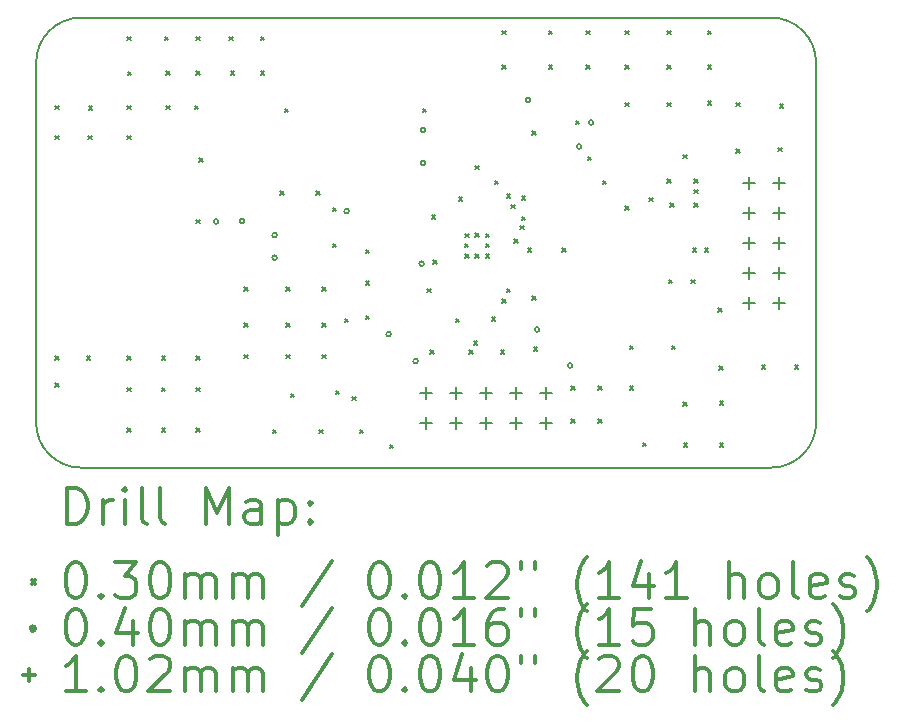
<source format=gbr>
%FSLAX45Y45*%
G04 Gerber Fmt 4.5, Leading zero omitted, Abs format (unit mm)*
G04 Created by KiCad (PCBNEW 4.0.2+dfsg1-stable) date Fri 29 Jul 2016 09:24:40 AM CST*
%MOMM*%
G01*
G04 APERTURE LIST*
%ADD10C,0.127000*%
%ADD11C,0.150000*%
%ADD12C,0.200000*%
%ADD13C,0.300000*%
G04 APERTURE END LIST*
D10*
D11*
X18161000Y-13462000D02*
X17399000Y-13462000D01*
X18542000Y-13081000D02*
X18542000Y-12446000D01*
X18161000Y-13462000D02*
G75*
G03X18542000Y-13081000I0J381000D01*
G01*
X18161000Y-9652000D02*
X17399000Y-9652000D01*
X18542000Y-10033000D02*
X18542000Y-10541000D01*
X18542000Y-10033000D02*
G75*
G03X18161000Y-9652000I-381000J0D01*
G01*
X11938000Y-10033000D02*
X11938000Y-10160000D01*
X12319000Y-9652000D02*
X12700000Y-9652000D01*
X12319000Y-9652000D02*
G75*
G03X11938000Y-10033000I0J-381000D01*
G01*
X11938000Y-13081000D02*
X11938000Y-12954000D01*
X12573000Y-13462000D02*
X12319000Y-13462000D01*
X11938000Y-13081000D02*
G75*
G03X12319000Y-13462000I381000J0D01*
G01*
X13208000Y-13462000D02*
X12573000Y-13462000D01*
X13208000Y-13462000D02*
X17399000Y-13462000D01*
X18542000Y-10541000D02*
X18542000Y-12446000D01*
X14224000Y-9652000D02*
X17399000Y-9652000D01*
X14224000Y-9652000D02*
X12700000Y-9652000D01*
X11938000Y-10160000D02*
X11938000Y-12954000D01*
D12*
X12100800Y-10399000D02*
X12130800Y-10429000D01*
X12130800Y-10399000D02*
X12100800Y-10429000D01*
X12100800Y-10653000D02*
X12130800Y-10683000D01*
X12130800Y-10653000D02*
X12100800Y-10683000D01*
X12100800Y-12519900D02*
X12130800Y-12549900D01*
X12130800Y-12519900D02*
X12100800Y-12549900D01*
X12100800Y-12748500D02*
X12130800Y-12778500D01*
X12130800Y-12748500D02*
X12100800Y-12778500D01*
X12367500Y-12519900D02*
X12397500Y-12549900D01*
X12397500Y-12519900D02*
X12367500Y-12549900D01*
X12380200Y-10653000D02*
X12410200Y-10683000D01*
X12410200Y-10653000D02*
X12380200Y-10683000D01*
X12383392Y-10402602D02*
X12413392Y-10432602D01*
X12413392Y-10402602D02*
X12383392Y-10432602D01*
X12710400Y-9814800D02*
X12740400Y-9844800D01*
X12740400Y-9814800D02*
X12710400Y-9844800D01*
X12710400Y-10399000D02*
X12740400Y-10429000D01*
X12740400Y-10399000D02*
X12710400Y-10429000D01*
X12710400Y-10653000D02*
X12740400Y-10683000D01*
X12740400Y-10653000D02*
X12710400Y-10683000D01*
X12710400Y-12519900D02*
X12740400Y-12549900D01*
X12740400Y-12519900D02*
X12710400Y-12549900D01*
X12710400Y-12786600D02*
X12740400Y-12816600D01*
X12740400Y-12786600D02*
X12710400Y-12816600D01*
X12710400Y-13129500D02*
X12740400Y-13159500D01*
X12740400Y-13129500D02*
X12710400Y-13159500D01*
X12713352Y-10110232D02*
X12743352Y-10140232D01*
X12743352Y-10110232D02*
X12713352Y-10140232D01*
X13002500Y-12519900D02*
X13032500Y-12549900D01*
X13032500Y-12519900D02*
X13002500Y-12549900D01*
X13002500Y-12786600D02*
X13032500Y-12816600D01*
X13032500Y-12786600D02*
X13002500Y-12816600D01*
X13002500Y-13129500D02*
X13032500Y-13159500D01*
X13032500Y-13129500D02*
X13002500Y-13159500D01*
X13027900Y-9814800D02*
X13057900Y-9844800D01*
X13057900Y-9814800D02*
X13027900Y-9844800D01*
X13040600Y-10106900D02*
X13070600Y-10136900D01*
X13070600Y-10106900D02*
X13040600Y-10136900D01*
X13040600Y-10399000D02*
X13070600Y-10429000D01*
X13070600Y-10399000D02*
X13040600Y-10429000D01*
X13281900Y-10399000D02*
X13311900Y-10429000D01*
X13311900Y-10399000D02*
X13281900Y-10429000D01*
X13294600Y-9814800D02*
X13324600Y-9844800D01*
X13324600Y-9814800D02*
X13294600Y-9844800D01*
X13294600Y-10106900D02*
X13324600Y-10136900D01*
X13324600Y-10106900D02*
X13294600Y-10136900D01*
X13294600Y-11364200D02*
X13324600Y-11394200D01*
X13324600Y-11364200D02*
X13294600Y-11394200D01*
X13294600Y-12519900D02*
X13324600Y-12549900D01*
X13324600Y-12519900D02*
X13294600Y-12549900D01*
X13294600Y-12786600D02*
X13324600Y-12816600D01*
X13324600Y-12786600D02*
X13294600Y-12816600D01*
X13294600Y-13129500D02*
X13324600Y-13159500D01*
X13324600Y-13129500D02*
X13294600Y-13159500D01*
X13320000Y-10843500D02*
X13350000Y-10873500D01*
X13350000Y-10843500D02*
X13320000Y-10873500D01*
X13574000Y-9814800D02*
X13604000Y-9844800D01*
X13604000Y-9814800D02*
X13574000Y-9844800D01*
X13586700Y-10106900D02*
X13616700Y-10136900D01*
X13616700Y-10106900D02*
X13586700Y-10136900D01*
X13701000Y-11935700D02*
X13731000Y-11965700D01*
X13731000Y-11935700D02*
X13701000Y-11965700D01*
X13701000Y-12240500D02*
X13731000Y-12270500D01*
X13731000Y-12240500D02*
X13701000Y-12270500D01*
X13701000Y-12507200D02*
X13731000Y-12537200D01*
X13731000Y-12507200D02*
X13701000Y-12537200D01*
X13840700Y-9814800D02*
X13870700Y-9844800D01*
X13870700Y-9814800D02*
X13840700Y-9844800D01*
X13840700Y-10106900D02*
X13870700Y-10136900D01*
X13870700Y-10106900D02*
X13840700Y-10136900D01*
X13942300Y-13142200D02*
X13972300Y-13172200D01*
X13972300Y-13142200D02*
X13942300Y-13172200D01*
X14005800Y-11122900D02*
X14035800Y-11152900D01*
X14035800Y-11122900D02*
X14005800Y-11152900D01*
X14043900Y-10424400D02*
X14073900Y-10454400D01*
X14073900Y-10424400D02*
X14043900Y-10454400D01*
X14056600Y-11935700D02*
X14086600Y-11965700D01*
X14086600Y-11935700D02*
X14056600Y-11965700D01*
X14056600Y-12240500D02*
X14086600Y-12270500D01*
X14086600Y-12240500D02*
X14056600Y-12270500D01*
X14056600Y-12507200D02*
X14086600Y-12537200D01*
X14086600Y-12507200D02*
X14056600Y-12537200D01*
X14094700Y-12837400D02*
X14124700Y-12867400D01*
X14124700Y-12837400D02*
X14094700Y-12867400D01*
X14310600Y-11122900D02*
X14340600Y-11152900D01*
X14340600Y-11122900D02*
X14310600Y-11152900D01*
X14336000Y-13142200D02*
X14366000Y-13172200D01*
X14366000Y-13142200D02*
X14336000Y-13172200D01*
X14361400Y-11935700D02*
X14391400Y-11965700D01*
X14391400Y-11935700D02*
X14361400Y-11965700D01*
X14361400Y-12240500D02*
X14391400Y-12270500D01*
X14391400Y-12240500D02*
X14361400Y-12270500D01*
X14361400Y-12507200D02*
X14391400Y-12537200D01*
X14391400Y-12507200D02*
X14361400Y-12537200D01*
X14450300Y-11262600D02*
X14480300Y-11292600D01*
X14480300Y-11262600D02*
X14450300Y-11292600D01*
X14450300Y-11567400D02*
X14480300Y-11597400D01*
X14480300Y-11567400D02*
X14450300Y-11597400D01*
X14475700Y-12812000D02*
X14505700Y-12842000D01*
X14505700Y-12812000D02*
X14475700Y-12842000D01*
X14551900Y-12202400D02*
X14581900Y-12232400D01*
X14581900Y-12202400D02*
X14551900Y-12232400D01*
X14615400Y-12862800D02*
X14645400Y-12892800D01*
X14645400Y-12862800D02*
X14615400Y-12892800D01*
X14678900Y-13142200D02*
X14708900Y-13172200D01*
X14708900Y-13142200D02*
X14678900Y-13172200D01*
X14729700Y-11618200D02*
X14759700Y-11648200D01*
X14759700Y-11618200D02*
X14729700Y-11648200D01*
X14729700Y-11884900D02*
X14759700Y-11914900D01*
X14759700Y-11884900D02*
X14729700Y-11914900D01*
X14729700Y-12177000D02*
X14759700Y-12207000D01*
X14759700Y-12177000D02*
X14729700Y-12207000D01*
X14932900Y-13269200D02*
X14962900Y-13299200D01*
X14962900Y-13269200D02*
X14932900Y-13299200D01*
X15212300Y-10424400D02*
X15242300Y-10454400D01*
X15242300Y-10424400D02*
X15212300Y-10454400D01*
X15250400Y-11948400D02*
X15280400Y-11978400D01*
X15280400Y-11948400D02*
X15250400Y-11978400D01*
X15275800Y-12469100D02*
X15305800Y-12499100D01*
X15305800Y-12469100D02*
X15275800Y-12499100D01*
X15288500Y-11326100D02*
X15318500Y-11356100D01*
X15318500Y-11326100D02*
X15288500Y-11356100D01*
X15301200Y-11707100D02*
X15331200Y-11737100D01*
X15331200Y-11707100D02*
X15301200Y-11737100D01*
X15491700Y-12202400D02*
X15521700Y-12232400D01*
X15521700Y-12202400D02*
X15491700Y-12232400D01*
X15517100Y-11173700D02*
X15547100Y-11203700D01*
X15547100Y-11173700D02*
X15517100Y-11203700D01*
X15567900Y-11567400D02*
X15597900Y-11597400D01*
X15597900Y-11567400D02*
X15567900Y-11597400D01*
X15570550Y-11481150D02*
X15600550Y-11511150D01*
X15600550Y-11481150D02*
X15570550Y-11511150D01*
X15570550Y-11653650D02*
X15600550Y-11683650D01*
X15600550Y-11653650D02*
X15570550Y-11683650D01*
X15606000Y-12469100D02*
X15636000Y-12499100D01*
X15636000Y-12469100D02*
X15606000Y-12499100D01*
X15644100Y-12392900D02*
X15674100Y-12422900D01*
X15674100Y-12392900D02*
X15644100Y-12422900D01*
X15656800Y-10907000D02*
X15686800Y-10937000D01*
X15686800Y-10907000D02*
X15656800Y-10937000D01*
X15656800Y-11478500D02*
X15686800Y-11508500D01*
X15686800Y-11478500D02*
X15656800Y-11508500D01*
X15656800Y-11656300D02*
X15686800Y-11686300D01*
X15686800Y-11656300D02*
X15656800Y-11686300D01*
X15743050Y-11481150D02*
X15773050Y-11511150D01*
X15773050Y-11481150D02*
X15743050Y-11511150D01*
X15743050Y-11653650D02*
X15773050Y-11683650D01*
X15773050Y-11653650D02*
X15743050Y-11683650D01*
X15745700Y-11567400D02*
X15775700Y-11597400D01*
X15775700Y-11567400D02*
X15745700Y-11597400D01*
X15796500Y-12189700D02*
X15826500Y-12219700D01*
X15826500Y-12189700D02*
X15796500Y-12219700D01*
X15821900Y-11034000D02*
X15851900Y-11064000D01*
X15851900Y-11034000D02*
X15821900Y-11064000D01*
X15872700Y-12469100D02*
X15902700Y-12499100D01*
X15902700Y-12469100D02*
X15872700Y-12499100D01*
X15885400Y-9764000D02*
X15915400Y-9794000D01*
X15915400Y-9764000D02*
X15885400Y-9794000D01*
X15885400Y-10056100D02*
X15915400Y-10086100D01*
X15915400Y-10056100D02*
X15885400Y-10086100D01*
X15885400Y-12037300D02*
X15915400Y-12067300D01*
X15915400Y-12037300D02*
X15885400Y-12067300D01*
X15923500Y-11148300D02*
X15953500Y-11178300D01*
X15953500Y-11148300D02*
X15923500Y-11178300D01*
X15923500Y-11948400D02*
X15953500Y-11978400D01*
X15953500Y-11948400D02*
X15923500Y-11978400D01*
X15961600Y-11237200D02*
X15991600Y-11267200D01*
X15991600Y-11237200D02*
X15961600Y-11267200D01*
X15987000Y-11529300D02*
X16017000Y-11559300D01*
X16017000Y-11529300D02*
X15987000Y-11559300D01*
X16037800Y-11415000D02*
X16067800Y-11445000D01*
X16067800Y-11415000D02*
X16037800Y-11445000D01*
X16050500Y-11166080D02*
X16080500Y-11196080D01*
X16080500Y-11166080D02*
X16050500Y-11196080D01*
X16050500Y-11338800D02*
X16080500Y-11368800D01*
X16080500Y-11338800D02*
X16050500Y-11368800D01*
X16101300Y-11605500D02*
X16131300Y-11635500D01*
X16131300Y-11605500D02*
X16101300Y-11635500D01*
X16139400Y-10614900D02*
X16169400Y-10644900D01*
X16169400Y-10614900D02*
X16139400Y-10644900D01*
X16139400Y-12011900D02*
X16169400Y-12041900D01*
X16169400Y-12011900D02*
X16139400Y-12041900D01*
X16152100Y-12443700D02*
X16182100Y-12473700D01*
X16182100Y-12443700D02*
X16152100Y-12473700D01*
X16279100Y-9764000D02*
X16309100Y-9794000D01*
X16309100Y-9764000D02*
X16279100Y-9794000D01*
X16279100Y-10056100D02*
X16309100Y-10086100D01*
X16309100Y-10056100D02*
X16279100Y-10086100D01*
X16393400Y-11605500D02*
X16423400Y-11635500D01*
X16423400Y-11605500D02*
X16393400Y-11635500D01*
X16469600Y-12773900D02*
X16499600Y-12803900D01*
X16499600Y-12773900D02*
X16469600Y-12803900D01*
X16469600Y-13053300D02*
X16499600Y-13083300D01*
X16499600Y-13053300D02*
X16469600Y-13083300D01*
X16507700Y-10526000D02*
X16537700Y-10556000D01*
X16537700Y-10526000D02*
X16507700Y-10556000D01*
X16596600Y-9764000D02*
X16626600Y-9794000D01*
X16626600Y-9764000D02*
X16596600Y-9794000D01*
X16596600Y-10056100D02*
X16626600Y-10086100D01*
X16626600Y-10056100D02*
X16596600Y-10086100D01*
X16609300Y-10830800D02*
X16639300Y-10860800D01*
X16639300Y-10830800D02*
X16609300Y-10860800D01*
X16698200Y-12773900D02*
X16728200Y-12803900D01*
X16728200Y-12773900D02*
X16698200Y-12803900D01*
X16698200Y-13053300D02*
X16728200Y-13083300D01*
X16728200Y-13053300D02*
X16698200Y-13083300D01*
X16736300Y-11034000D02*
X16766300Y-11064000D01*
X16766300Y-11034000D02*
X16736300Y-11064000D01*
X16926800Y-9764000D02*
X16956800Y-9794000D01*
X16956800Y-9764000D02*
X16926800Y-9794000D01*
X16926800Y-10056100D02*
X16956800Y-10086100D01*
X16956800Y-10056100D02*
X16926800Y-10086100D01*
X16926800Y-10373600D02*
X16956800Y-10403600D01*
X16956800Y-10373600D02*
X16926800Y-10403600D01*
X16926800Y-11249900D02*
X16956800Y-11279900D01*
X16956800Y-11249900D02*
X16926800Y-11279900D01*
X16964900Y-12431000D02*
X16994900Y-12461000D01*
X16994900Y-12431000D02*
X16964900Y-12461000D01*
X16964900Y-12773900D02*
X16994900Y-12803900D01*
X16994900Y-12773900D02*
X16964900Y-12803900D01*
X17072850Y-13250150D02*
X17102850Y-13280150D01*
X17102850Y-13250150D02*
X17072850Y-13280150D01*
X17130000Y-11178780D02*
X17160000Y-11208780D01*
X17160000Y-11178780D02*
X17130000Y-11208780D01*
X17282400Y-9764000D02*
X17312400Y-9794000D01*
X17312400Y-9764000D02*
X17282400Y-9794000D01*
X17282400Y-10056100D02*
X17312400Y-10086100D01*
X17312400Y-10056100D02*
X17282400Y-10086100D01*
X17282400Y-10373600D02*
X17312400Y-10403600D01*
X17312400Y-10373600D02*
X17282400Y-10403600D01*
X17282400Y-11021300D02*
X17312400Y-11051300D01*
X17312400Y-11021300D02*
X17282400Y-11051300D01*
X17295100Y-11872200D02*
X17325100Y-11902200D01*
X17325100Y-11872200D02*
X17295100Y-11902200D01*
X17307800Y-11224500D02*
X17337800Y-11254500D01*
X17337800Y-11224500D02*
X17307800Y-11254500D01*
X17320500Y-12431000D02*
X17350500Y-12461000D01*
X17350500Y-12431000D02*
X17320500Y-12461000D01*
X17415750Y-10811750D02*
X17445750Y-10841750D01*
X17445750Y-10811750D02*
X17415750Y-10841750D01*
X17415750Y-12907250D02*
X17445750Y-12937250D01*
X17445750Y-12907250D02*
X17415750Y-12937250D01*
X17422100Y-13256500D02*
X17452100Y-13286500D01*
X17452100Y-13256500D02*
X17422100Y-13286500D01*
X17485600Y-11872200D02*
X17515600Y-11902200D01*
X17515600Y-11872200D02*
X17485600Y-11902200D01*
X17498300Y-11605500D02*
X17528300Y-11635500D01*
X17528300Y-11605500D02*
X17498300Y-11635500D01*
X17511000Y-11021300D02*
X17541000Y-11051300D01*
X17541000Y-11021300D02*
X17511000Y-11051300D01*
X17511000Y-11110200D02*
X17541000Y-11140200D01*
X17541000Y-11110200D02*
X17511000Y-11140200D01*
X17511000Y-11224500D02*
X17541000Y-11254500D01*
X17541000Y-11224500D02*
X17511000Y-11254500D01*
X17599900Y-11605500D02*
X17629900Y-11635500D01*
X17629900Y-11605500D02*
X17599900Y-11635500D01*
X17625300Y-9764000D02*
X17655300Y-9794000D01*
X17655300Y-9764000D02*
X17625300Y-9794000D01*
X17625300Y-10056100D02*
X17655300Y-10086100D01*
X17655300Y-10056100D02*
X17625300Y-10086100D01*
X17625300Y-10360900D02*
X17655300Y-10390900D01*
X17655300Y-10360900D02*
X17625300Y-10390900D01*
X17714200Y-12113500D02*
X17744200Y-12143500D01*
X17744200Y-12113500D02*
X17714200Y-12143500D01*
X17720550Y-12602450D02*
X17750550Y-12632450D01*
X17750550Y-12602450D02*
X17720550Y-12632450D01*
X17726900Y-12900900D02*
X17756900Y-12930900D01*
X17756900Y-12900900D02*
X17726900Y-12930900D01*
X17726900Y-13256500D02*
X17756900Y-13286500D01*
X17756900Y-13256500D02*
X17726900Y-13286500D01*
X17866600Y-10373600D02*
X17896600Y-10403600D01*
X17896600Y-10373600D02*
X17866600Y-10403600D01*
X17866600Y-10767300D02*
X17896600Y-10797300D01*
X17896600Y-10767300D02*
X17866600Y-10797300D01*
X18082500Y-12596100D02*
X18112500Y-12626100D01*
X18112500Y-12596100D02*
X18082500Y-12626100D01*
X18222200Y-10754600D02*
X18252200Y-10784600D01*
X18252200Y-10754600D02*
X18222200Y-10784600D01*
X18234900Y-10386300D02*
X18264900Y-10416300D01*
X18264900Y-10386300D02*
X18234900Y-10416300D01*
X18361900Y-12596100D02*
X18391900Y-12626100D01*
X18391900Y-12596100D02*
X18361900Y-12626100D01*
X13482000Y-11379200D02*
G75*
G03X13482000Y-11379200I-20000J0D01*
G01*
X13702000Y-11375100D02*
G75*
G03X13702000Y-11375100I-20000J0D01*
G01*
X13977300Y-11493500D02*
G75*
G03X13977300Y-11493500I-20000J0D01*
G01*
X13977300Y-11684000D02*
G75*
G03X13977300Y-11684000I-20000J0D01*
G01*
X14586900Y-11290300D02*
G75*
G03X14586900Y-11290300I-20000J0D01*
G01*
X14942500Y-12331700D02*
G75*
G03X14942500Y-12331700I-20000J0D01*
G01*
X15171100Y-12560300D02*
G75*
G03X15171100Y-12560300I-20000J0D01*
G01*
X15221900Y-11734800D02*
G75*
G03X15221900Y-11734800I-20000J0D01*
G01*
X15234600Y-10604500D02*
G75*
G03X15234600Y-10604500I-20000J0D01*
G01*
X15234600Y-10883900D02*
G75*
G03X15234600Y-10883900I-20000J0D01*
G01*
X16123600Y-10350500D02*
G75*
G03X16123600Y-10350500I-20000J0D01*
G01*
X16199800Y-12293600D02*
G75*
G03X16199800Y-12293600I-20000J0D01*
G01*
X16479200Y-12598400D02*
G75*
G03X16479200Y-12598400I-20000J0D01*
G01*
X16555400Y-10744200D02*
G75*
G03X16555400Y-10744200I-20000J0D01*
G01*
X16657000Y-10541000D02*
G75*
G03X16657000Y-10541000I-20000J0D01*
G01*
X15240000Y-12776200D02*
X15240000Y-12877800D01*
X15189200Y-12827000D02*
X15290800Y-12827000D01*
X15240000Y-13030200D02*
X15240000Y-13131800D01*
X15189200Y-13081000D02*
X15290800Y-13081000D01*
X15494000Y-12776200D02*
X15494000Y-12877800D01*
X15443200Y-12827000D02*
X15544800Y-12827000D01*
X15494000Y-13030200D02*
X15494000Y-13131800D01*
X15443200Y-13081000D02*
X15544800Y-13081000D01*
X15748000Y-12776200D02*
X15748000Y-12877800D01*
X15697200Y-12827000D02*
X15798800Y-12827000D01*
X15748000Y-13030200D02*
X15748000Y-13131800D01*
X15697200Y-13081000D02*
X15798800Y-13081000D01*
X16002000Y-12776200D02*
X16002000Y-12877800D01*
X15951200Y-12827000D02*
X16052800Y-12827000D01*
X16002000Y-13030200D02*
X16002000Y-13131800D01*
X15951200Y-13081000D02*
X16052800Y-13081000D01*
X16256000Y-12776200D02*
X16256000Y-12877800D01*
X16205200Y-12827000D02*
X16306800Y-12827000D01*
X16256000Y-13030200D02*
X16256000Y-13131800D01*
X16205200Y-13081000D02*
X16306800Y-13081000D01*
X17970500Y-10998200D02*
X17970500Y-11099800D01*
X17919700Y-11049000D02*
X18021300Y-11049000D01*
X17970500Y-11252200D02*
X17970500Y-11353800D01*
X17919700Y-11303000D02*
X18021300Y-11303000D01*
X17970500Y-11506200D02*
X17970500Y-11607800D01*
X17919700Y-11557000D02*
X18021300Y-11557000D01*
X17970500Y-11760200D02*
X17970500Y-11861800D01*
X17919700Y-11811000D02*
X18021300Y-11811000D01*
X17970500Y-12014200D02*
X17970500Y-12115800D01*
X17919700Y-12065000D02*
X18021300Y-12065000D01*
X18224500Y-10998200D02*
X18224500Y-11099800D01*
X18173700Y-11049000D02*
X18275300Y-11049000D01*
X18224500Y-11252200D02*
X18224500Y-11353800D01*
X18173700Y-11303000D02*
X18275300Y-11303000D01*
X18224500Y-11506200D02*
X18224500Y-11607800D01*
X18173700Y-11557000D02*
X18275300Y-11557000D01*
X18224500Y-11760200D02*
X18224500Y-11861800D01*
X18173700Y-11811000D02*
X18275300Y-11811000D01*
X18224500Y-12014200D02*
X18224500Y-12115800D01*
X18173700Y-12065000D02*
X18275300Y-12065000D01*
D13*
X12201928Y-13935214D02*
X12201928Y-13635214D01*
X12273357Y-13635214D01*
X12316214Y-13649500D01*
X12344786Y-13678071D01*
X12359071Y-13706643D01*
X12373357Y-13763786D01*
X12373357Y-13806643D01*
X12359071Y-13863786D01*
X12344786Y-13892357D01*
X12316214Y-13920929D01*
X12273357Y-13935214D01*
X12201928Y-13935214D01*
X12501928Y-13935214D02*
X12501928Y-13735214D01*
X12501928Y-13792357D02*
X12516214Y-13763786D01*
X12530500Y-13749500D01*
X12559071Y-13735214D01*
X12587643Y-13735214D01*
X12687643Y-13935214D02*
X12687643Y-13735214D01*
X12687643Y-13635214D02*
X12673357Y-13649500D01*
X12687643Y-13663786D01*
X12701928Y-13649500D01*
X12687643Y-13635214D01*
X12687643Y-13663786D01*
X12873357Y-13935214D02*
X12844786Y-13920929D01*
X12830500Y-13892357D01*
X12830500Y-13635214D01*
X13030500Y-13935214D02*
X13001928Y-13920929D01*
X12987643Y-13892357D01*
X12987643Y-13635214D01*
X13373357Y-13935214D02*
X13373357Y-13635214D01*
X13473357Y-13849500D01*
X13573357Y-13635214D01*
X13573357Y-13935214D01*
X13844786Y-13935214D02*
X13844786Y-13778071D01*
X13830500Y-13749500D01*
X13801928Y-13735214D01*
X13744786Y-13735214D01*
X13716214Y-13749500D01*
X13844786Y-13920929D02*
X13816214Y-13935214D01*
X13744786Y-13935214D01*
X13716214Y-13920929D01*
X13701928Y-13892357D01*
X13701928Y-13863786D01*
X13716214Y-13835214D01*
X13744786Y-13820929D01*
X13816214Y-13820929D01*
X13844786Y-13806643D01*
X13987643Y-13735214D02*
X13987643Y-14035214D01*
X13987643Y-13749500D02*
X14016214Y-13735214D01*
X14073357Y-13735214D01*
X14101928Y-13749500D01*
X14116214Y-13763786D01*
X14130500Y-13792357D01*
X14130500Y-13878071D01*
X14116214Y-13906643D01*
X14101928Y-13920929D01*
X14073357Y-13935214D01*
X14016214Y-13935214D01*
X13987643Y-13920929D01*
X14259071Y-13906643D02*
X14273357Y-13920929D01*
X14259071Y-13935214D01*
X14244786Y-13920929D01*
X14259071Y-13906643D01*
X14259071Y-13935214D01*
X14259071Y-13749500D02*
X14273357Y-13763786D01*
X14259071Y-13778071D01*
X14244786Y-13763786D01*
X14259071Y-13749500D01*
X14259071Y-13778071D01*
X11900500Y-14414500D02*
X11930500Y-14444500D01*
X11930500Y-14414500D02*
X11900500Y-14444500D01*
X12259071Y-14265214D02*
X12287643Y-14265214D01*
X12316214Y-14279500D01*
X12330500Y-14293786D01*
X12344786Y-14322357D01*
X12359071Y-14379500D01*
X12359071Y-14450929D01*
X12344786Y-14508071D01*
X12330500Y-14536643D01*
X12316214Y-14550929D01*
X12287643Y-14565214D01*
X12259071Y-14565214D01*
X12230500Y-14550929D01*
X12216214Y-14536643D01*
X12201928Y-14508071D01*
X12187643Y-14450929D01*
X12187643Y-14379500D01*
X12201928Y-14322357D01*
X12216214Y-14293786D01*
X12230500Y-14279500D01*
X12259071Y-14265214D01*
X12487643Y-14536643D02*
X12501928Y-14550929D01*
X12487643Y-14565214D01*
X12473357Y-14550929D01*
X12487643Y-14536643D01*
X12487643Y-14565214D01*
X12601928Y-14265214D02*
X12787643Y-14265214D01*
X12687643Y-14379500D01*
X12730500Y-14379500D01*
X12759071Y-14393786D01*
X12773357Y-14408071D01*
X12787643Y-14436643D01*
X12787643Y-14508071D01*
X12773357Y-14536643D01*
X12759071Y-14550929D01*
X12730500Y-14565214D01*
X12644786Y-14565214D01*
X12616214Y-14550929D01*
X12601928Y-14536643D01*
X12973357Y-14265214D02*
X13001928Y-14265214D01*
X13030500Y-14279500D01*
X13044786Y-14293786D01*
X13059071Y-14322357D01*
X13073357Y-14379500D01*
X13073357Y-14450929D01*
X13059071Y-14508071D01*
X13044786Y-14536643D01*
X13030500Y-14550929D01*
X13001928Y-14565214D01*
X12973357Y-14565214D01*
X12944786Y-14550929D01*
X12930500Y-14536643D01*
X12916214Y-14508071D01*
X12901928Y-14450929D01*
X12901928Y-14379500D01*
X12916214Y-14322357D01*
X12930500Y-14293786D01*
X12944786Y-14279500D01*
X12973357Y-14265214D01*
X13201928Y-14565214D02*
X13201928Y-14365214D01*
X13201928Y-14393786D02*
X13216214Y-14379500D01*
X13244786Y-14365214D01*
X13287643Y-14365214D01*
X13316214Y-14379500D01*
X13330500Y-14408071D01*
X13330500Y-14565214D01*
X13330500Y-14408071D02*
X13344786Y-14379500D01*
X13373357Y-14365214D01*
X13416214Y-14365214D01*
X13444786Y-14379500D01*
X13459071Y-14408071D01*
X13459071Y-14565214D01*
X13601928Y-14565214D02*
X13601928Y-14365214D01*
X13601928Y-14393786D02*
X13616214Y-14379500D01*
X13644786Y-14365214D01*
X13687643Y-14365214D01*
X13716214Y-14379500D01*
X13730500Y-14408071D01*
X13730500Y-14565214D01*
X13730500Y-14408071D02*
X13744786Y-14379500D01*
X13773357Y-14365214D01*
X13816214Y-14365214D01*
X13844786Y-14379500D01*
X13859071Y-14408071D01*
X13859071Y-14565214D01*
X14444786Y-14250929D02*
X14187643Y-14636643D01*
X14830500Y-14265214D02*
X14859071Y-14265214D01*
X14887643Y-14279500D01*
X14901928Y-14293786D01*
X14916214Y-14322357D01*
X14930500Y-14379500D01*
X14930500Y-14450929D01*
X14916214Y-14508071D01*
X14901928Y-14536643D01*
X14887643Y-14550929D01*
X14859071Y-14565214D01*
X14830500Y-14565214D01*
X14801928Y-14550929D01*
X14787643Y-14536643D01*
X14773357Y-14508071D01*
X14759071Y-14450929D01*
X14759071Y-14379500D01*
X14773357Y-14322357D01*
X14787643Y-14293786D01*
X14801928Y-14279500D01*
X14830500Y-14265214D01*
X15059071Y-14536643D02*
X15073357Y-14550929D01*
X15059071Y-14565214D01*
X15044786Y-14550929D01*
X15059071Y-14536643D01*
X15059071Y-14565214D01*
X15259071Y-14265214D02*
X15287643Y-14265214D01*
X15316214Y-14279500D01*
X15330500Y-14293786D01*
X15344785Y-14322357D01*
X15359071Y-14379500D01*
X15359071Y-14450929D01*
X15344785Y-14508071D01*
X15330500Y-14536643D01*
X15316214Y-14550929D01*
X15287643Y-14565214D01*
X15259071Y-14565214D01*
X15230500Y-14550929D01*
X15216214Y-14536643D01*
X15201928Y-14508071D01*
X15187643Y-14450929D01*
X15187643Y-14379500D01*
X15201928Y-14322357D01*
X15216214Y-14293786D01*
X15230500Y-14279500D01*
X15259071Y-14265214D01*
X15644785Y-14565214D02*
X15473357Y-14565214D01*
X15559071Y-14565214D02*
X15559071Y-14265214D01*
X15530500Y-14308071D01*
X15501928Y-14336643D01*
X15473357Y-14350929D01*
X15759071Y-14293786D02*
X15773357Y-14279500D01*
X15801928Y-14265214D01*
X15873357Y-14265214D01*
X15901928Y-14279500D01*
X15916214Y-14293786D01*
X15930500Y-14322357D01*
X15930500Y-14350929D01*
X15916214Y-14393786D01*
X15744785Y-14565214D01*
X15930500Y-14565214D01*
X16044786Y-14265214D02*
X16044786Y-14322357D01*
X16159071Y-14265214D02*
X16159071Y-14322357D01*
X16601928Y-14679500D02*
X16587643Y-14665214D01*
X16559071Y-14622357D01*
X16544785Y-14593786D01*
X16530500Y-14550929D01*
X16516214Y-14479500D01*
X16516214Y-14422357D01*
X16530500Y-14350929D01*
X16544785Y-14308071D01*
X16559071Y-14279500D01*
X16587643Y-14236643D01*
X16601928Y-14222357D01*
X16873357Y-14565214D02*
X16701928Y-14565214D01*
X16787643Y-14565214D02*
X16787643Y-14265214D01*
X16759071Y-14308071D01*
X16730500Y-14336643D01*
X16701928Y-14350929D01*
X17130500Y-14365214D02*
X17130500Y-14565214D01*
X17059071Y-14250929D02*
X16987643Y-14465214D01*
X17173357Y-14465214D01*
X17444786Y-14565214D02*
X17273357Y-14565214D01*
X17359071Y-14565214D02*
X17359071Y-14265214D01*
X17330500Y-14308071D01*
X17301928Y-14336643D01*
X17273357Y-14350929D01*
X17801928Y-14565214D02*
X17801928Y-14265214D01*
X17930500Y-14565214D02*
X17930500Y-14408071D01*
X17916214Y-14379500D01*
X17887643Y-14365214D01*
X17844786Y-14365214D01*
X17816214Y-14379500D01*
X17801928Y-14393786D01*
X18116214Y-14565214D02*
X18087643Y-14550929D01*
X18073357Y-14536643D01*
X18059071Y-14508071D01*
X18059071Y-14422357D01*
X18073357Y-14393786D01*
X18087643Y-14379500D01*
X18116214Y-14365214D01*
X18159071Y-14365214D01*
X18187643Y-14379500D01*
X18201928Y-14393786D01*
X18216214Y-14422357D01*
X18216214Y-14508071D01*
X18201928Y-14536643D01*
X18187643Y-14550929D01*
X18159071Y-14565214D01*
X18116214Y-14565214D01*
X18387643Y-14565214D02*
X18359071Y-14550929D01*
X18344786Y-14522357D01*
X18344786Y-14265214D01*
X18616214Y-14550929D02*
X18587643Y-14565214D01*
X18530500Y-14565214D01*
X18501929Y-14550929D01*
X18487643Y-14522357D01*
X18487643Y-14408071D01*
X18501929Y-14379500D01*
X18530500Y-14365214D01*
X18587643Y-14365214D01*
X18616214Y-14379500D01*
X18630500Y-14408071D01*
X18630500Y-14436643D01*
X18487643Y-14465214D01*
X18744786Y-14550929D02*
X18773357Y-14565214D01*
X18830500Y-14565214D01*
X18859071Y-14550929D01*
X18873357Y-14522357D01*
X18873357Y-14508071D01*
X18859071Y-14479500D01*
X18830500Y-14465214D01*
X18787643Y-14465214D01*
X18759071Y-14450929D01*
X18744786Y-14422357D01*
X18744786Y-14408071D01*
X18759071Y-14379500D01*
X18787643Y-14365214D01*
X18830500Y-14365214D01*
X18859071Y-14379500D01*
X18973357Y-14679500D02*
X18987643Y-14665214D01*
X19016214Y-14622357D01*
X19030500Y-14593786D01*
X19044786Y-14550929D01*
X19059071Y-14479500D01*
X19059071Y-14422357D01*
X19044786Y-14350929D01*
X19030500Y-14308071D01*
X19016214Y-14279500D01*
X18987643Y-14236643D01*
X18973357Y-14222357D01*
X11930500Y-14825500D02*
G75*
G03X11930500Y-14825500I-20000J0D01*
G01*
X12259071Y-14661214D02*
X12287643Y-14661214D01*
X12316214Y-14675500D01*
X12330500Y-14689786D01*
X12344786Y-14718357D01*
X12359071Y-14775500D01*
X12359071Y-14846929D01*
X12344786Y-14904071D01*
X12330500Y-14932643D01*
X12316214Y-14946929D01*
X12287643Y-14961214D01*
X12259071Y-14961214D01*
X12230500Y-14946929D01*
X12216214Y-14932643D01*
X12201928Y-14904071D01*
X12187643Y-14846929D01*
X12187643Y-14775500D01*
X12201928Y-14718357D01*
X12216214Y-14689786D01*
X12230500Y-14675500D01*
X12259071Y-14661214D01*
X12487643Y-14932643D02*
X12501928Y-14946929D01*
X12487643Y-14961214D01*
X12473357Y-14946929D01*
X12487643Y-14932643D01*
X12487643Y-14961214D01*
X12759071Y-14761214D02*
X12759071Y-14961214D01*
X12687643Y-14646929D02*
X12616214Y-14861214D01*
X12801928Y-14861214D01*
X12973357Y-14661214D02*
X13001928Y-14661214D01*
X13030500Y-14675500D01*
X13044786Y-14689786D01*
X13059071Y-14718357D01*
X13073357Y-14775500D01*
X13073357Y-14846929D01*
X13059071Y-14904071D01*
X13044786Y-14932643D01*
X13030500Y-14946929D01*
X13001928Y-14961214D01*
X12973357Y-14961214D01*
X12944786Y-14946929D01*
X12930500Y-14932643D01*
X12916214Y-14904071D01*
X12901928Y-14846929D01*
X12901928Y-14775500D01*
X12916214Y-14718357D01*
X12930500Y-14689786D01*
X12944786Y-14675500D01*
X12973357Y-14661214D01*
X13201928Y-14961214D02*
X13201928Y-14761214D01*
X13201928Y-14789786D02*
X13216214Y-14775500D01*
X13244786Y-14761214D01*
X13287643Y-14761214D01*
X13316214Y-14775500D01*
X13330500Y-14804071D01*
X13330500Y-14961214D01*
X13330500Y-14804071D02*
X13344786Y-14775500D01*
X13373357Y-14761214D01*
X13416214Y-14761214D01*
X13444786Y-14775500D01*
X13459071Y-14804071D01*
X13459071Y-14961214D01*
X13601928Y-14961214D02*
X13601928Y-14761214D01*
X13601928Y-14789786D02*
X13616214Y-14775500D01*
X13644786Y-14761214D01*
X13687643Y-14761214D01*
X13716214Y-14775500D01*
X13730500Y-14804071D01*
X13730500Y-14961214D01*
X13730500Y-14804071D02*
X13744786Y-14775500D01*
X13773357Y-14761214D01*
X13816214Y-14761214D01*
X13844786Y-14775500D01*
X13859071Y-14804071D01*
X13859071Y-14961214D01*
X14444786Y-14646929D02*
X14187643Y-15032643D01*
X14830500Y-14661214D02*
X14859071Y-14661214D01*
X14887643Y-14675500D01*
X14901928Y-14689786D01*
X14916214Y-14718357D01*
X14930500Y-14775500D01*
X14930500Y-14846929D01*
X14916214Y-14904071D01*
X14901928Y-14932643D01*
X14887643Y-14946929D01*
X14859071Y-14961214D01*
X14830500Y-14961214D01*
X14801928Y-14946929D01*
X14787643Y-14932643D01*
X14773357Y-14904071D01*
X14759071Y-14846929D01*
X14759071Y-14775500D01*
X14773357Y-14718357D01*
X14787643Y-14689786D01*
X14801928Y-14675500D01*
X14830500Y-14661214D01*
X15059071Y-14932643D02*
X15073357Y-14946929D01*
X15059071Y-14961214D01*
X15044786Y-14946929D01*
X15059071Y-14932643D01*
X15059071Y-14961214D01*
X15259071Y-14661214D02*
X15287643Y-14661214D01*
X15316214Y-14675500D01*
X15330500Y-14689786D01*
X15344785Y-14718357D01*
X15359071Y-14775500D01*
X15359071Y-14846929D01*
X15344785Y-14904071D01*
X15330500Y-14932643D01*
X15316214Y-14946929D01*
X15287643Y-14961214D01*
X15259071Y-14961214D01*
X15230500Y-14946929D01*
X15216214Y-14932643D01*
X15201928Y-14904071D01*
X15187643Y-14846929D01*
X15187643Y-14775500D01*
X15201928Y-14718357D01*
X15216214Y-14689786D01*
X15230500Y-14675500D01*
X15259071Y-14661214D01*
X15644785Y-14961214D02*
X15473357Y-14961214D01*
X15559071Y-14961214D02*
X15559071Y-14661214D01*
X15530500Y-14704071D01*
X15501928Y-14732643D01*
X15473357Y-14746929D01*
X15901928Y-14661214D02*
X15844785Y-14661214D01*
X15816214Y-14675500D01*
X15801928Y-14689786D01*
X15773357Y-14732643D01*
X15759071Y-14789786D01*
X15759071Y-14904071D01*
X15773357Y-14932643D01*
X15787643Y-14946929D01*
X15816214Y-14961214D01*
X15873357Y-14961214D01*
X15901928Y-14946929D01*
X15916214Y-14932643D01*
X15930500Y-14904071D01*
X15930500Y-14832643D01*
X15916214Y-14804071D01*
X15901928Y-14789786D01*
X15873357Y-14775500D01*
X15816214Y-14775500D01*
X15787643Y-14789786D01*
X15773357Y-14804071D01*
X15759071Y-14832643D01*
X16044786Y-14661214D02*
X16044786Y-14718357D01*
X16159071Y-14661214D02*
X16159071Y-14718357D01*
X16601928Y-15075500D02*
X16587643Y-15061214D01*
X16559071Y-15018357D01*
X16544785Y-14989786D01*
X16530500Y-14946929D01*
X16516214Y-14875500D01*
X16516214Y-14818357D01*
X16530500Y-14746929D01*
X16544785Y-14704071D01*
X16559071Y-14675500D01*
X16587643Y-14632643D01*
X16601928Y-14618357D01*
X16873357Y-14961214D02*
X16701928Y-14961214D01*
X16787643Y-14961214D02*
X16787643Y-14661214D01*
X16759071Y-14704071D01*
X16730500Y-14732643D01*
X16701928Y-14746929D01*
X17144786Y-14661214D02*
X17001928Y-14661214D01*
X16987643Y-14804071D01*
X17001928Y-14789786D01*
X17030500Y-14775500D01*
X17101928Y-14775500D01*
X17130500Y-14789786D01*
X17144786Y-14804071D01*
X17159071Y-14832643D01*
X17159071Y-14904071D01*
X17144786Y-14932643D01*
X17130500Y-14946929D01*
X17101928Y-14961214D01*
X17030500Y-14961214D01*
X17001928Y-14946929D01*
X16987643Y-14932643D01*
X17516214Y-14961214D02*
X17516214Y-14661214D01*
X17644786Y-14961214D02*
X17644786Y-14804071D01*
X17630500Y-14775500D01*
X17601928Y-14761214D01*
X17559071Y-14761214D01*
X17530500Y-14775500D01*
X17516214Y-14789786D01*
X17830500Y-14961214D02*
X17801928Y-14946929D01*
X17787643Y-14932643D01*
X17773357Y-14904071D01*
X17773357Y-14818357D01*
X17787643Y-14789786D01*
X17801928Y-14775500D01*
X17830500Y-14761214D01*
X17873357Y-14761214D01*
X17901928Y-14775500D01*
X17916214Y-14789786D01*
X17930500Y-14818357D01*
X17930500Y-14904071D01*
X17916214Y-14932643D01*
X17901928Y-14946929D01*
X17873357Y-14961214D01*
X17830500Y-14961214D01*
X18101928Y-14961214D02*
X18073357Y-14946929D01*
X18059071Y-14918357D01*
X18059071Y-14661214D01*
X18330500Y-14946929D02*
X18301929Y-14961214D01*
X18244786Y-14961214D01*
X18216214Y-14946929D01*
X18201929Y-14918357D01*
X18201929Y-14804071D01*
X18216214Y-14775500D01*
X18244786Y-14761214D01*
X18301929Y-14761214D01*
X18330500Y-14775500D01*
X18344786Y-14804071D01*
X18344786Y-14832643D01*
X18201929Y-14861214D01*
X18459071Y-14946929D02*
X18487643Y-14961214D01*
X18544786Y-14961214D01*
X18573357Y-14946929D01*
X18587643Y-14918357D01*
X18587643Y-14904071D01*
X18573357Y-14875500D01*
X18544786Y-14861214D01*
X18501929Y-14861214D01*
X18473357Y-14846929D01*
X18459071Y-14818357D01*
X18459071Y-14804071D01*
X18473357Y-14775500D01*
X18501929Y-14761214D01*
X18544786Y-14761214D01*
X18573357Y-14775500D01*
X18687643Y-15075500D02*
X18701929Y-15061214D01*
X18730500Y-15018357D01*
X18744786Y-14989786D01*
X18759071Y-14946929D01*
X18773357Y-14875500D01*
X18773357Y-14818357D01*
X18759071Y-14746929D01*
X18744786Y-14704071D01*
X18730500Y-14675500D01*
X18701929Y-14632643D01*
X18687643Y-14618357D01*
X11879700Y-15170700D02*
X11879700Y-15272300D01*
X11828900Y-15221500D02*
X11930500Y-15221500D01*
X12359071Y-15357214D02*
X12187643Y-15357214D01*
X12273357Y-15357214D02*
X12273357Y-15057214D01*
X12244786Y-15100071D01*
X12216214Y-15128643D01*
X12187643Y-15142929D01*
X12487643Y-15328643D02*
X12501928Y-15342929D01*
X12487643Y-15357214D01*
X12473357Y-15342929D01*
X12487643Y-15328643D01*
X12487643Y-15357214D01*
X12687643Y-15057214D02*
X12716214Y-15057214D01*
X12744786Y-15071500D01*
X12759071Y-15085786D01*
X12773357Y-15114357D01*
X12787643Y-15171500D01*
X12787643Y-15242929D01*
X12773357Y-15300071D01*
X12759071Y-15328643D01*
X12744786Y-15342929D01*
X12716214Y-15357214D01*
X12687643Y-15357214D01*
X12659071Y-15342929D01*
X12644786Y-15328643D01*
X12630500Y-15300071D01*
X12616214Y-15242929D01*
X12616214Y-15171500D01*
X12630500Y-15114357D01*
X12644786Y-15085786D01*
X12659071Y-15071500D01*
X12687643Y-15057214D01*
X12901928Y-15085786D02*
X12916214Y-15071500D01*
X12944786Y-15057214D01*
X13016214Y-15057214D01*
X13044786Y-15071500D01*
X13059071Y-15085786D01*
X13073357Y-15114357D01*
X13073357Y-15142929D01*
X13059071Y-15185786D01*
X12887643Y-15357214D01*
X13073357Y-15357214D01*
X13201928Y-15357214D02*
X13201928Y-15157214D01*
X13201928Y-15185786D02*
X13216214Y-15171500D01*
X13244786Y-15157214D01*
X13287643Y-15157214D01*
X13316214Y-15171500D01*
X13330500Y-15200071D01*
X13330500Y-15357214D01*
X13330500Y-15200071D02*
X13344786Y-15171500D01*
X13373357Y-15157214D01*
X13416214Y-15157214D01*
X13444786Y-15171500D01*
X13459071Y-15200071D01*
X13459071Y-15357214D01*
X13601928Y-15357214D02*
X13601928Y-15157214D01*
X13601928Y-15185786D02*
X13616214Y-15171500D01*
X13644786Y-15157214D01*
X13687643Y-15157214D01*
X13716214Y-15171500D01*
X13730500Y-15200071D01*
X13730500Y-15357214D01*
X13730500Y-15200071D02*
X13744786Y-15171500D01*
X13773357Y-15157214D01*
X13816214Y-15157214D01*
X13844786Y-15171500D01*
X13859071Y-15200071D01*
X13859071Y-15357214D01*
X14444786Y-15042929D02*
X14187643Y-15428643D01*
X14830500Y-15057214D02*
X14859071Y-15057214D01*
X14887643Y-15071500D01*
X14901928Y-15085786D01*
X14916214Y-15114357D01*
X14930500Y-15171500D01*
X14930500Y-15242929D01*
X14916214Y-15300071D01*
X14901928Y-15328643D01*
X14887643Y-15342929D01*
X14859071Y-15357214D01*
X14830500Y-15357214D01*
X14801928Y-15342929D01*
X14787643Y-15328643D01*
X14773357Y-15300071D01*
X14759071Y-15242929D01*
X14759071Y-15171500D01*
X14773357Y-15114357D01*
X14787643Y-15085786D01*
X14801928Y-15071500D01*
X14830500Y-15057214D01*
X15059071Y-15328643D02*
X15073357Y-15342929D01*
X15059071Y-15357214D01*
X15044786Y-15342929D01*
X15059071Y-15328643D01*
X15059071Y-15357214D01*
X15259071Y-15057214D02*
X15287643Y-15057214D01*
X15316214Y-15071500D01*
X15330500Y-15085786D01*
X15344785Y-15114357D01*
X15359071Y-15171500D01*
X15359071Y-15242929D01*
X15344785Y-15300071D01*
X15330500Y-15328643D01*
X15316214Y-15342929D01*
X15287643Y-15357214D01*
X15259071Y-15357214D01*
X15230500Y-15342929D01*
X15216214Y-15328643D01*
X15201928Y-15300071D01*
X15187643Y-15242929D01*
X15187643Y-15171500D01*
X15201928Y-15114357D01*
X15216214Y-15085786D01*
X15230500Y-15071500D01*
X15259071Y-15057214D01*
X15616214Y-15157214D02*
X15616214Y-15357214D01*
X15544785Y-15042929D02*
X15473357Y-15257214D01*
X15659071Y-15257214D01*
X15830500Y-15057214D02*
X15859071Y-15057214D01*
X15887643Y-15071500D01*
X15901928Y-15085786D01*
X15916214Y-15114357D01*
X15930500Y-15171500D01*
X15930500Y-15242929D01*
X15916214Y-15300071D01*
X15901928Y-15328643D01*
X15887643Y-15342929D01*
X15859071Y-15357214D01*
X15830500Y-15357214D01*
X15801928Y-15342929D01*
X15787643Y-15328643D01*
X15773357Y-15300071D01*
X15759071Y-15242929D01*
X15759071Y-15171500D01*
X15773357Y-15114357D01*
X15787643Y-15085786D01*
X15801928Y-15071500D01*
X15830500Y-15057214D01*
X16044786Y-15057214D02*
X16044786Y-15114357D01*
X16159071Y-15057214D02*
X16159071Y-15114357D01*
X16601928Y-15471500D02*
X16587643Y-15457214D01*
X16559071Y-15414357D01*
X16544785Y-15385786D01*
X16530500Y-15342929D01*
X16516214Y-15271500D01*
X16516214Y-15214357D01*
X16530500Y-15142929D01*
X16544785Y-15100071D01*
X16559071Y-15071500D01*
X16587643Y-15028643D01*
X16601928Y-15014357D01*
X16701928Y-15085786D02*
X16716214Y-15071500D01*
X16744785Y-15057214D01*
X16816214Y-15057214D01*
X16844786Y-15071500D01*
X16859071Y-15085786D01*
X16873357Y-15114357D01*
X16873357Y-15142929D01*
X16859071Y-15185786D01*
X16687643Y-15357214D01*
X16873357Y-15357214D01*
X17059071Y-15057214D02*
X17087643Y-15057214D01*
X17116214Y-15071500D01*
X17130500Y-15085786D01*
X17144786Y-15114357D01*
X17159071Y-15171500D01*
X17159071Y-15242929D01*
X17144786Y-15300071D01*
X17130500Y-15328643D01*
X17116214Y-15342929D01*
X17087643Y-15357214D01*
X17059071Y-15357214D01*
X17030500Y-15342929D01*
X17016214Y-15328643D01*
X17001928Y-15300071D01*
X16987643Y-15242929D01*
X16987643Y-15171500D01*
X17001928Y-15114357D01*
X17016214Y-15085786D01*
X17030500Y-15071500D01*
X17059071Y-15057214D01*
X17516214Y-15357214D02*
X17516214Y-15057214D01*
X17644786Y-15357214D02*
X17644786Y-15200071D01*
X17630500Y-15171500D01*
X17601928Y-15157214D01*
X17559071Y-15157214D01*
X17530500Y-15171500D01*
X17516214Y-15185786D01*
X17830500Y-15357214D02*
X17801928Y-15342929D01*
X17787643Y-15328643D01*
X17773357Y-15300071D01*
X17773357Y-15214357D01*
X17787643Y-15185786D01*
X17801928Y-15171500D01*
X17830500Y-15157214D01*
X17873357Y-15157214D01*
X17901928Y-15171500D01*
X17916214Y-15185786D01*
X17930500Y-15214357D01*
X17930500Y-15300071D01*
X17916214Y-15328643D01*
X17901928Y-15342929D01*
X17873357Y-15357214D01*
X17830500Y-15357214D01*
X18101928Y-15357214D02*
X18073357Y-15342929D01*
X18059071Y-15314357D01*
X18059071Y-15057214D01*
X18330500Y-15342929D02*
X18301929Y-15357214D01*
X18244786Y-15357214D01*
X18216214Y-15342929D01*
X18201929Y-15314357D01*
X18201929Y-15200071D01*
X18216214Y-15171500D01*
X18244786Y-15157214D01*
X18301929Y-15157214D01*
X18330500Y-15171500D01*
X18344786Y-15200071D01*
X18344786Y-15228643D01*
X18201929Y-15257214D01*
X18459071Y-15342929D02*
X18487643Y-15357214D01*
X18544786Y-15357214D01*
X18573357Y-15342929D01*
X18587643Y-15314357D01*
X18587643Y-15300071D01*
X18573357Y-15271500D01*
X18544786Y-15257214D01*
X18501929Y-15257214D01*
X18473357Y-15242929D01*
X18459071Y-15214357D01*
X18459071Y-15200071D01*
X18473357Y-15171500D01*
X18501929Y-15157214D01*
X18544786Y-15157214D01*
X18573357Y-15171500D01*
X18687643Y-15471500D02*
X18701929Y-15457214D01*
X18730500Y-15414357D01*
X18744786Y-15385786D01*
X18759071Y-15342929D01*
X18773357Y-15271500D01*
X18773357Y-15214357D01*
X18759071Y-15142929D01*
X18744786Y-15100071D01*
X18730500Y-15071500D01*
X18701929Y-15028643D01*
X18687643Y-15014357D01*
M02*

</source>
